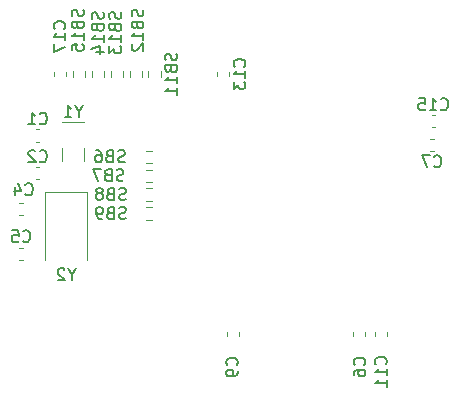
<source format=gbr>
%TF.GenerationSoftware,KiCad,Pcbnew,8.0.0*%
%TF.CreationDate,2024-11-20T18:05:04+03:00*%
%TF.ProjectId,box_side_MCU_green,626f785f-7369-4646-955f-4d43555f6772,rev?*%
%TF.SameCoordinates,Original*%
%TF.FileFunction,Legend,Bot*%
%TF.FilePolarity,Positive*%
%FSLAX46Y46*%
G04 Gerber Fmt 4.6, Leading zero omitted, Abs format (unit mm)*
G04 Created by KiCad (PCBNEW 8.0.0) date 2024-11-20 18:05:04*
%MOMM*%
%LPD*%
G01*
G04 APERTURE LIST*
%ADD10C,0.150000*%
%ADD11C,0.120000*%
G04 APERTURE END LIST*
D10*
X136466666Y-92729580D02*
X136514285Y-92777200D01*
X136514285Y-92777200D02*
X136657142Y-92824819D01*
X136657142Y-92824819D02*
X136752380Y-92824819D01*
X136752380Y-92824819D02*
X136895237Y-92777200D01*
X136895237Y-92777200D02*
X136990475Y-92681961D01*
X136990475Y-92681961D02*
X137038094Y-92586723D01*
X137038094Y-92586723D02*
X137085713Y-92396247D01*
X137085713Y-92396247D02*
X137085713Y-92253390D01*
X137085713Y-92253390D02*
X137038094Y-92062914D01*
X137038094Y-92062914D02*
X136990475Y-91967676D01*
X136990475Y-91967676D02*
X136895237Y-91872438D01*
X136895237Y-91872438D02*
X136752380Y-91824819D01*
X136752380Y-91824819D02*
X136657142Y-91824819D01*
X136657142Y-91824819D02*
X136514285Y-91872438D01*
X136514285Y-91872438D02*
X136466666Y-91920057D01*
X135561904Y-91824819D02*
X136038094Y-91824819D01*
X136038094Y-91824819D02*
X136085713Y-92301009D01*
X136085713Y-92301009D02*
X136038094Y-92253390D01*
X136038094Y-92253390D02*
X135942856Y-92205771D01*
X135942856Y-92205771D02*
X135704761Y-92205771D01*
X135704761Y-92205771D02*
X135609523Y-92253390D01*
X135609523Y-92253390D02*
X135561904Y-92301009D01*
X135561904Y-92301009D02*
X135514285Y-92396247D01*
X135514285Y-92396247D02*
X135514285Y-92634342D01*
X135514285Y-92634342D02*
X135561904Y-92729580D01*
X135561904Y-92729580D02*
X135609523Y-92777200D01*
X135609523Y-92777200D02*
X135704761Y-92824819D01*
X135704761Y-92824819D02*
X135942856Y-92824819D01*
X135942856Y-92824819D02*
X136038094Y-92777200D01*
X136038094Y-92777200D02*
X136085713Y-92729580D01*
X145161904Y-90807200D02*
X145019047Y-90854819D01*
X145019047Y-90854819D02*
X144780952Y-90854819D01*
X144780952Y-90854819D02*
X144685714Y-90807200D01*
X144685714Y-90807200D02*
X144638095Y-90759580D01*
X144638095Y-90759580D02*
X144590476Y-90664342D01*
X144590476Y-90664342D02*
X144590476Y-90569104D01*
X144590476Y-90569104D02*
X144638095Y-90473866D01*
X144638095Y-90473866D02*
X144685714Y-90426247D01*
X144685714Y-90426247D02*
X144780952Y-90378628D01*
X144780952Y-90378628D02*
X144971428Y-90331009D01*
X144971428Y-90331009D02*
X145066666Y-90283390D01*
X145066666Y-90283390D02*
X145114285Y-90235771D01*
X145114285Y-90235771D02*
X145161904Y-90140533D01*
X145161904Y-90140533D02*
X145161904Y-90045295D01*
X145161904Y-90045295D02*
X145114285Y-89950057D01*
X145114285Y-89950057D02*
X145066666Y-89902438D01*
X145066666Y-89902438D02*
X144971428Y-89854819D01*
X144971428Y-89854819D02*
X144733333Y-89854819D01*
X144733333Y-89854819D02*
X144590476Y-89902438D01*
X143828571Y-90331009D02*
X143685714Y-90378628D01*
X143685714Y-90378628D02*
X143638095Y-90426247D01*
X143638095Y-90426247D02*
X143590476Y-90521485D01*
X143590476Y-90521485D02*
X143590476Y-90664342D01*
X143590476Y-90664342D02*
X143638095Y-90759580D01*
X143638095Y-90759580D02*
X143685714Y-90807200D01*
X143685714Y-90807200D02*
X143780952Y-90854819D01*
X143780952Y-90854819D02*
X144161904Y-90854819D01*
X144161904Y-90854819D02*
X144161904Y-89854819D01*
X144161904Y-89854819D02*
X143828571Y-89854819D01*
X143828571Y-89854819D02*
X143733333Y-89902438D01*
X143733333Y-89902438D02*
X143685714Y-89950057D01*
X143685714Y-89950057D02*
X143638095Y-90045295D01*
X143638095Y-90045295D02*
X143638095Y-90140533D01*
X143638095Y-90140533D02*
X143685714Y-90235771D01*
X143685714Y-90235771D02*
X143733333Y-90283390D01*
X143733333Y-90283390D02*
X143828571Y-90331009D01*
X143828571Y-90331009D02*
X144161904Y-90331009D01*
X143114285Y-90854819D02*
X142923809Y-90854819D01*
X142923809Y-90854819D02*
X142828571Y-90807200D01*
X142828571Y-90807200D02*
X142780952Y-90759580D01*
X142780952Y-90759580D02*
X142685714Y-90616723D01*
X142685714Y-90616723D02*
X142638095Y-90426247D01*
X142638095Y-90426247D02*
X142638095Y-90045295D01*
X142638095Y-90045295D02*
X142685714Y-89950057D01*
X142685714Y-89950057D02*
X142733333Y-89902438D01*
X142733333Y-89902438D02*
X142828571Y-89854819D01*
X142828571Y-89854819D02*
X143019047Y-89854819D01*
X143019047Y-89854819D02*
X143114285Y-89902438D01*
X143114285Y-89902438D02*
X143161904Y-89950057D01*
X143161904Y-89950057D02*
X143209523Y-90045295D01*
X143209523Y-90045295D02*
X143209523Y-90283390D01*
X143209523Y-90283390D02*
X143161904Y-90378628D01*
X143161904Y-90378628D02*
X143114285Y-90426247D01*
X143114285Y-90426247D02*
X143019047Y-90473866D01*
X143019047Y-90473866D02*
X142828571Y-90473866D01*
X142828571Y-90473866D02*
X142733333Y-90426247D01*
X142733333Y-90426247D02*
X142685714Y-90378628D01*
X142685714Y-90378628D02*
X142638095Y-90283390D01*
X171266666Y-86389580D02*
X171314285Y-86437200D01*
X171314285Y-86437200D02*
X171457142Y-86484819D01*
X171457142Y-86484819D02*
X171552380Y-86484819D01*
X171552380Y-86484819D02*
X171695237Y-86437200D01*
X171695237Y-86437200D02*
X171790475Y-86341961D01*
X171790475Y-86341961D02*
X171838094Y-86246723D01*
X171838094Y-86246723D02*
X171885713Y-86056247D01*
X171885713Y-86056247D02*
X171885713Y-85913390D01*
X171885713Y-85913390D02*
X171838094Y-85722914D01*
X171838094Y-85722914D02*
X171790475Y-85627676D01*
X171790475Y-85627676D02*
X171695237Y-85532438D01*
X171695237Y-85532438D02*
X171552380Y-85484819D01*
X171552380Y-85484819D02*
X171457142Y-85484819D01*
X171457142Y-85484819D02*
X171314285Y-85532438D01*
X171314285Y-85532438D02*
X171266666Y-85580057D01*
X170933332Y-85484819D02*
X170266666Y-85484819D01*
X170266666Y-85484819D02*
X170695237Y-86484819D01*
X140576190Y-95578628D02*
X140576190Y-96054819D01*
X140909523Y-95054819D02*
X140576190Y-95578628D01*
X140576190Y-95578628D02*
X140242857Y-95054819D01*
X139957142Y-95150057D02*
X139909523Y-95102438D01*
X139909523Y-95102438D02*
X139814285Y-95054819D01*
X139814285Y-95054819D02*
X139576190Y-95054819D01*
X139576190Y-95054819D02*
X139480952Y-95102438D01*
X139480952Y-95102438D02*
X139433333Y-95150057D01*
X139433333Y-95150057D02*
X139385714Y-95245295D01*
X139385714Y-95245295D02*
X139385714Y-95340533D01*
X139385714Y-95340533D02*
X139433333Y-95483390D01*
X139433333Y-95483390D02*
X140004761Y-96054819D01*
X140004761Y-96054819D02*
X139385714Y-96054819D01*
X137866666Y-82759580D02*
X137914285Y-82807200D01*
X137914285Y-82807200D02*
X138057142Y-82854819D01*
X138057142Y-82854819D02*
X138152380Y-82854819D01*
X138152380Y-82854819D02*
X138295237Y-82807200D01*
X138295237Y-82807200D02*
X138390475Y-82711961D01*
X138390475Y-82711961D02*
X138438094Y-82616723D01*
X138438094Y-82616723D02*
X138485713Y-82426247D01*
X138485713Y-82426247D02*
X138485713Y-82283390D01*
X138485713Y-82283390D02*
X138438094Y-82092914D01*
X138438094Y-82092914D02*
X138390475Y-81997676D01*
X138390475Y-81997676D02*
X138295237Y-81902438D01*
X138295237Y-81902438D02*
X138152380Y-81854819D01*
X138152380Y-81854819D02*
X138057142Y-81854819D01*
X138057142Y-81854819D02*
X137914285Y-81902438D01*
X137914285Y-81902438D02*
X137866666Y-81950057D01*
X136914285Y-82854819D02*
X137485713Y-82854819D01*
X137199999Y-82854819D02*
X137199999Y-81854819D01*
X137199999Y-81854819D02*
X137295237Y-81997676D01*
X137295237Y-81997676D02*
X137390475Y-82092914D01*
X137390475Y-82092914D02*
X137485713Y-82140533D01*
X149437200Y-76861905D02*
X149484819Y-77004762D01*
X149484819Y-77004762D02*
X149484819Y-77242857D01*
X149484819Y-77242857D02*
X149437200Y-77338095D01*
X149437200Y-77338095D02*
X149389580Y-77385714D01*
X149389580Y-77385714D02*
X149294342Y-77433333D01*
X149294342Y-77433333D02*
X149199104Y-77433333D01*
X149199104Y-77433333D02*
X149103866Y-77385714D01*
X149103866Y-77385714D02*
X149056247Y-77338095D01*
X149056247Y-77338095D02*
X149008628Y-77242857D01*
X149008628Y-77242857D02*
X148961009Y-77052381D01*
X148961009Y-77052381D02*
X148913390Y-76957143D01*
X148913390Y-76957143D02*
X148865771Y-76909524D01*
X148865771Y-76909524D02*
X148770533Y-76861905D01*
X148770533Y-76861905D02*
X148675295Y-76861905D01*
X148675295Y-76861905D02*
X148580057Y-76909524D01*
X148580057Y-76909524D02*
X148532438Y-76957143D01*
X148532438Y-76957143D02*
X148484819Y-77052381D01*
X148484819Y-77052381D02*
X148484819Y-77290476D01*
X148484819Y-77290476D02*
X148532438Y-77433333D01*
X148961009Y-78195238D02*
X149008628Y-78338095D01*
X149008628Y-78338095D02*
X149056247Y-78385714D01*
X149056247Y-78385714D02*
X149151485Y-78433333D01*
X149151485Y-78433333D02*
X149294342Y-78433333D01*
X149294342Y-78433333D02*
X149389580Y-78385714D01*
X149389580Y-78385714D02*
X149437200Y-78338095D01*
X149437200Y-78338095D02*
X149484819Y-78242857D01*
X149484819Y-78242857D02*
X149484819Y-77861905D01*
X149484819Y-77861905D02*
X148484819Y-77861905D01*
X148484819Y-77861905D02*
X148484819Y-78195238D01*
X148484819Y-78195238D02*
X148532438Y-78290476D01*
X148532438Y-78290476D02*
X148580057Y-78338095D01*
X148580057Y-78338095D02*
X148675295Y-78385714D01*
X148675295Y-78385714D02*
X148770533Y-78385714D01*
X148770533Y-78385714D02*
X148865771Y-78338095D01*
X148865771Y-78338095D02*
X148913390Y-78290476D01*
X148913390Y-78290476D02*
X148961009Y-78195238D01*
X148961009Y-78195238D02*
X148961009Y-77861905D01*
X149484819Y-79385714D02*
X149484819Y-78814286D01*
X149484819Y-79100000D02*
X148484819Y-79100000D01*
X148484819Y-79100000D02*
X148627676Y-79004762D01*
X148627676Y-79004762D02*
X148722914Y-78909524D01*
X148722914Y-78909524D02*
X148770533Y-78814286D01*
X149484819Y-80338095D02*
X149484819Y-79766667D01*
X149484819Y-80052381D02*
X148484819Y-80052381D01*
X148484819Y-80052381D02*
X148627676Y-79957143D01*
X148627676Y-79957143D02*
X148722914Y-79861905D01*
X148722914Y-79861905D02*
X148770533Y-79766667D01*
X137866666Y-85959580D02*
X137914285Y-86007200D01*
X137914285Y-86007200D02*
X138057142Y-86054819D01*
X138057142Y-86054819D02*
X138152380Y-86054819D01*
X138152380Y-86054819D02*
X138295237Y-86007200D01*
X138295237Y-86007200D02*
X138390475Y-85911961D01*
X138390475Y-85911961D02*
X138438094Y-85816723D01*
X138438094Y-85816723D02*
X138485713Y-85626247D01*
X138485713Y-85626247D02*
X138485713Y-85483390D01*
X138485713Y-85483390D02*
X138438094Y-85292914D01*
X138438094Y-85292914D02*
X138390475Y-85197676D01*
X138390475Y-85197676D02*
X138295237Y-85102438D01*
X138295237Y-85102438D02*
X138152380Y-85054819D01*
X138152380Y-85054819D02*
X138057142Y-85054819D01*
X138057142Y-85054819D02*
X137914285Y-85102438D01*
X137914285Y-85102438D02*
X137866666Y-85150057D01*
X137485713Y-85150057D02*
X137438094Y-85102438D01*
X137438094Y-85102438D02*
X137342856Y-85054819D01*
X137342856Y-85054819D02*
X137104761Y-85054819D01*
X137104761Y-85054819D02*
X137009523Y-85102438D01*
X137009523Y-85102438D02*
X136961904Y-85150057D01*
X136961904Y-85150057D02*
X136914285Y-85245295D01*
X136914285Y-85245295D02*
X136914285Y-85340533D01*
X136914285Y-85340533D02*
X136961904Y-85483390D01*
X136961904Y-85483390D02*
X137533332Y-86054819D01*
X137533332Y-86054819D02*
X136914285Y-86054819D01*
X145161904Y-89207200D02*
X145019047Y-89254819D01*
X145019047Y-89254819D02*
X144780952Y-89254819D01*
X144780952Y-89254819D02*
X144685714Y-89207200D01*
X144685714Y-89207200D02*
X144638095Y-89159580D01*
X144638095Y-89159580D02*
X144590476Y-89064342D01*
X144590476Y-89064342D02*
X144590476Y-88969104D01*
X144590476Y-88969104D02*
X144638095Y-88873866D01*
X144638095Y-88873866D02*
X144685714Y-88826247D01*
X144685714Y-88826247D02*
X144780952Y-88778628D01*
X144780952Y-88778628D02*
X144971428Y-88731009D01*
X144971428Y-88731009D02*
X145066666Y-88683390D01*
X145066666Y-88683390D02*
X145114285Y-88635771D01*
X145114285Y-88635771D02*
X145161904Y-88540533D01*
X145161904Y-88540533D02*
X145161904Y-88445295D01*
X145161904Y-88445295D02*
X145114285Y-88350057D01*
X145114285Y-88350057D02*
X145066666Y-88302438D01*
X145066666Y-88302438D02*
X144971428Y-88254819D01*
X144971428Y-88254819D02*
X144733333Y-88254819D01*
X144733333Y-88254819D02*
X144590476Y-88302438D01*
X143828571Y-88731009D02*
X143685714Y-88778628D01*
X143685714Y-88778628D02*
X143638095Y-88826247D01*
X143638095Y-88826247D02*
X143590476Y-88921485D01*
X143590476Y-88921485D02*
X143590476Y-89064342D01*
X143590476Y-89064342D02*
X143638095Y-89159580D01*
X143638095Y-89159580D02*
X143685714Y-89207200D01*
X143685714Y-89207200D02*
X143780952Y-89254819D01*
X143780952Y-89254819D02*
X144161904Y-89254819D01*
X144161904Y-89254819D02*
X144161904Y-88254819D01*
X144161904Y-88254819D02*
X143828571Y-88254819D01*
X143828571Y-88254819D02*
X143733333Y-88302438D01*
X143733333Y-88302438D02*
X143685714Y-88350057D01*
X143685714Y-88350057D02*
X143638095Y-88445295D01*
X143638095Y-88445295D02*
X143638095Y-88540533D01*
X143638095Y-88540533D02*
X143685714Y-88635771D01*
X143685714Y-88635771D02*
X143733333Y-88683390D01*
X143733333Y-88683390D02*
X143828571Y-88731009D01*
X143828571Y-88731009D02*
X144161904Y-88731009D01*
X143019047Y-88683390D02*
X143114285Y-88635771D01*
X143114285Y-88635771D02*
X143161904Y-88588152D01*
X143161904Y-88588152D02*
X143209523Y-88492914D01*
X143209523Y-88492914D02*
X143209523Y-88445295D01*
X143209523Y-88445295D02*
X143161904Y-88350057D01*
X143161904Y-88350057D02*
X143114285Y-88302438D01*
X143114285Y-88302438D02*
X143019047Y-88254819D01*
X143019047Y-88254819D02*
X142828571Y-88254819D01*
X142828571Y-88254819D02*
X142733333Y-88302438D01*
X142733333Y-88302438D02*
X142685714Y-88350057D01*
X142685714Y-88350057D02*
X142638095Y-88445295D01*
X142638095Y-88445295D02*
X142638095Y-88492914D01*
X142638095Y-88492914D02*
X142685714Y-88588152D01*
X142685714Y-88588152D02*
X142733333Y-88635771D01*
X142733333Y-88635771D02*
X142828571Y-88683390D01*
X142828571Y-88683390D02*
X143019047Y-88683390D01*
X143019047Y-88683390D02*
X143114285Y-88731009D01*
X143114285Y-88731009D02*
X143161904Y-88778628D01*
X143161904Y-88778628D02*
X143209523Y-88873866D01*
X143209523Y-88873866D02*
X143209523Y-89064342D01*
X143209523Y-89064342D02*
X143161904Y-89159580D01*
X143161904Y-89159580D02*
X143114285Y-89207200D01*
X143114285Y-89207200D02*
X143019047Y-89254819D01*
X143019047Y-89254819D02*
X142828571Y-89254819D01*
X142828571Y-89254819D02*
X142733333Y-89207200D01*
X142733333Y-89207200D02*
X142685714Y-89159580D01*
X142685714Y-89159580D02*
X142638095Y-89064342D01*
X142638095Y-89064342D02*
X142638095Y-88873866D01*
X142638095Y-88873866D02*
X142685714Y-88778628D01*
X142685714Y-88778628D02*
X142733333Y-88731009D01*
X142733333Y-88731009D02*
X142828571Y-88683390D01*
X155189580Y-77957142D02*
X155237200Y-77909523D01*
X155237200Y-77909523D02*
X155284819Y-77766666D01*
X155284819Y-77766666D02*
X155284819Y-77671428D01*
X155284819Y-77671428D02*
X155237200Y-77528571D01*
X155237200Y-77528571D02*
X155141961Y-77433333D01*
X155141961Y-77433333D02*
X155046723Y-77385714D01*
X155046723Y-77385714D02*
X154856247Y-77338095D01*
X154856247Y-77338095D02*
X154713390Y-77338095D01*
X154713390Y-77338095D02*
X154522914Y-77385714D01*
X154522914Y-77385714D02*
X154427676Y-77433333D01*
X154427676Y-77433333D02*
X154332438Y-77528571D01*
X154332438Y-77528571D02*
X154284819Y-77671428D01*
X154284819Y-77671428D02*
X154284819Y-77766666D01*
X154284819Y-77766666D02*
X154332438Y-77909523D01*
X154332438Y-77909523D02*
X154380057Y-77957142D01*
X155284819Y-78909523D02*
X155284819Y-78338095D01*
X155284819Y-78623809D02*
X154284819Y-78623809D01*
X154284819Y-78623809D02*
X154427676Y-78528571D01*
X154427676Y-78528571D02*
X154522914Y-78433333D01*
X154522914Y-78433333D02*
X154570533Y-78338095D01*
X154284819Y-79242857D02*
X154284819Y-79861904D01*
X154284819Y-79861904D02*
X154665771Y-79528571D01*
X154665771Y-79528571D02*
X154665771Y-79671428D01*
X154665771Y-79671428D02*
X154713390Y-79766666D01*
X154713390Y-79766666D02*
X154761009Y-79814285D01*
X154761009Y-79814285D02*
X154856247Y-79861904D01*
X154856247Y-79861904D02*
X155094342Y-79861904D01*
X155094342Y-79861904D02*
X155189580Y-79814285D01*
X155189580Y-79814285D02*
X155237200Y-79766666D01*
X155237200Y-79766666D02*
X155284819Y-79671428D01*
X155284819Y-79671428D02*
X155284819Y-79385714D01*
X155284819Y-79385714D02*
X155237200Y-79290476D01*
X155237200Y-79290476D02*
X155189580Y-79242857D01*
X165359580Y-103233333D02*
X165407200Y-103185714D01*
X165407200Y-103185714D02*
X165454819Y-103042857D01*
X165454819Y-103042857D02*
X165454819Y-102947619D01*
X165454819Y-102947619D02*
X165407200Y-102804762D01*
X165407200Y-102804762D02*
X165311961Y-102709524D01*
X165311961Y-102709524D02*
X165216723Y-102661905D01*
X165216723Y-102661905D02*
X165026247Y-102614286D01*
X165026247Y-102614286D02*
X164883390Y-102614286D01*
X164883390Y-102614286D02*
X164692914Y-102661905D01*
X164692914Y-102661905D02*
X164597676Y-102709524D01*
X164597676Y-102709524D02*
X164502438Y-102804762D01*
X164502438Y-102804762D02*
X164454819Y-102947619D01*
X164454819Y-102947619D02*
X164454819Y-103042857D01*
X164454819Y-103042857D02*
X164502438Y-103185714D01*
X164502438Y-103185714D02*
X164550057Y-103233333D01*
X164454819Y-104090476D02*
X164454819Y-103900000D01*
X164454819Y-103900000D02*
X164502438Y-103804762D01*
X164502438Y-103804762D02*
X164550057Y-103757143D01*
X164550057Y-103757143D02*
X164692914Y-103661905D01*
X164692914Y-103661905D02*
X164883390Y-103614286D01*
X164883390Y-103614286D02*
X165264342Y-103614286D01*
X165264342Y-103614286D02*
X165359580Y-103661905D01*
X165359580Y-103661905D02*
X165407200Y-103709524D01*
X165407200Y-103709524D02*
X165454819Y-103804762D01*
X165454819Y-103804762D02*
X165454819Y-103995238D01*
X165454819Y-103995238D02*
X165407200Y-104090476D01*
X165407200Y-104090476D02*
X165359580Y-104138095D01*
X165359580Y-104138095D02*
X165264342Y-104185714D01*
X165264342Y-104185714D02*
X165026247Y-104185714D01*
X165026247Y-104185714D02*
X164931009Y-104138095D01*
X164931009Y-104138095D02*
X164883390Y-104090476D01*
X164883390Y-104090476D02*
X164835771Y-103995238D01*
X164835771Y-103995238D02*
X164835771Y-103804762D01*
X164835771Y-103804762D02*
X164883390Y-103709524D01*
X164883390Y-103709524D02*
X164931009Y-103661905D01*
X164931009Y-103661905D02*
X165026247Y-103614286D01*
X146607199Y-73149405D02*
X146654818Y-73292262D01*
X146654818Y-73292262D02*
X146654818Y-73530357D01*
X146654818Y-73530357D02*
X146607199Y-73625595D01*
X146607199Y-73625595D02*
X146559579Y-73673214D01*
X146559579Y-73673214D02*
X146464341Y-73720833D01*
X146464341Y-73720833D02*
X146369103Y-73720833D01*
X146369103Y-73720833D02*
X146273865Y-73673214D01*
X146273865Y-73673214D02*
X146226246Y-73625595D01*
X146226246Y-73625595D02*
X146178627Y-73530357D01*
X146178627Y-73530357D02*
X146131008Y-73339881D01*
X146131008Y-73339881D02*
X146083389Y-73244643D01*
X146083389Y-73244643D02*
X146035770Y-73197024D01*
X146035770Y-73197024D02*
X145940532Y-73149405D01*
X145940532Y-73149405D02*
X145845294Y-73149405D01*
X145845294Y-73149405D02*
X145750056Y-73197024D01*
X145750056Y-73197024D02*
X145702437Y-73244643D01*
X145702437Y-73244643D02*
X145654818Y-73339881D01*
X145654818Y-73339881D02*
X145654818Y-73577976D01*
X145654818Y-73577976D02*
X145702437Y-73720833D01*
X146131008Y-74482738D02*
X146178627Y-74625595D01*
X146178627Y-74625595D02*
X146226246Y-74673214D01*
X146226246Y-74673214D02*
X146321484Y-74720833D01*
X146321484Y-74720833D02*
X146464341Y-74720833D01*
X146464341Y-74720833D02*
X146559579Y-74673214D01*
X146559579Y-74673214D02*
X146607199Y-74625595D01*
X146607199Y-74625595D02*
X146654818Y-74530357D01*
X146654818Y-74530357D02*
X146654818Y-74149405D01*
X146654818Y-74149405D02*
X145654818Y-74149405D01*
X145654818Y-74149405D02*
X145654818Y-74482738D01*
X145654818Y-74482738D02*
X145702437Y-74577976D01*
X145702437Y-74577976D02*
X145750056Y-74625595D01*
X145750056Y-74625595D02*
X145845294Y-74673214D01*
X145845294Y-74673214D02*
X145940532Y-74673214D01*
X145940532Y-74673214D02*
X146035770Y-74625595D01*
X146035770Y-74625595D02*
X146083389Y-74577976D01*
X146083389Y-74577976D02*
X146131008Y-74482738D01*
X146131008Y-74482738D02*
X146131008Y-74149405D01*
X146654818Y-75673214D02*
X146654818Y-75101786D01*
X146654818Y-75387500D02*
X145654818Y-75387500D01*
X145654818Y-75387500D02*
X145797675Y-75292262D01*
X145797675Y-75292262D02*
X145892913Y-75197024D01*
X145892913Y-75197024D02*
X145940532Y-75101786D01*
X145750056Y-76054167D02*
X145702437Y-76101786D01*
X145702437Y-76101786D02*
X145654818Y-76197024D01*
X145654818Y-76197024D02*
X145654818Y-76435119D01*
X145654818Y-76435119D02*
X145702437Y-76530357D01*
X145702437Y-76530357D02*
X145750056Y-76577976D01*
X145750056Y-76577976D02*
X145845294Y-76625595D01*
X145845294Y-76625595D02*
X145940532Y-76625595D01*
X145940532Y-76625595D02*
X146083389Y-76577976D01*
X146083389Y-76577976D02*
X146654818Y-76006548D01*
X146654818Y-76006548D02*
X146654818Y-76625595D01*
X136666666Y-88759580D02*
X136714285Y-88807200D01*
X136714285Y-88807200D02*
X136857142Y-88854819D01*
X136857142Y-88854819D02*
X136952380Y-88854819D01*
X136952380Y-88854819D02*
X137095237Y-88807200D01*
X137095237Y-88807200D02*
X137190475Y-88711961D01*
X137190475Y-88711961D02*
X137238094Y-88616723D01*
X137238094Y-88616723D02*
X137285713Y-88426247D01*
X137285713Y-88426247D02*
X137285713Y-88283390D01*
X137285713Y-88283390D02*
X137238094Y-88092914D01*
X137238094Y-88092914D02*
X137190475Y-87997676D01*
X137190475Y-87997676D02*
X137095237Y-87902438D01*
X137095237Y-87902438D02*
X136952380Y-87854819D01*
X136952380Y-87854819D02*
X136857142Y-87854819D01*
X136857142Y-87854819D02*
X136714285Y-87902438D01*
X136714285Y-87902438D02*
X136666666Y-87950057D01*
X135809523Y-88188152D02*
X135809523Y-88854819D01*
X136047618Y-87807200D02*
X136285713Y-88521485D01*
X136285713Y-88521485D02*
X135666666Y-88521485D01*
X145074403Y-86007200D02*
X144931546Y-86054819D01*
X144931546Y-86054819D02*
X144693451Y-86054819D01*
X144693451Y-86054819D02*
X144598213Y-86007200D01*
X144598213Y-86007200D02*
X144550594Y-85959580D01*
X144550594Y-85959580D02*
X144502975Y-85864342D01*
X144502975Y-85864342D02*
X144502975Y-85769104D01*
X144502975Y-85769104D02*
X144550594Y-85673866D01*
X144550594Y-85673866D02*
X144598213Y-85626247D01*
X144598213Y-85626247D02*
X144693451Y-85578628D01*
X144693451Y-85578628D02*
X144883927Y-85531009D01*
X144883927Y-85531009D02*
X144979165Y-85483390D01*
X144979165Y-85483390D02*
X145026784Y-85435771D01*
X145026784Y-85435771D02*
X145074403Y-85340533D01*
X145074403Y-85340533D02*
X145074403Y-85245295D01*
X145074403Y-85245295D02*
X145026784Y-85150057D01*
X145026784Y-85150057D02*
X144979165Y-85102438D01*
X144979165Y-85102438D02*
X144883927Y-85054819D01*
X144883927Y-85054819D02*
X144645832Y-85054819D01*
X144645832Y-85054819D02*
X144502975Y-85102438D01*
X143741070Y-85531009D02*
X143598213Y-85578628D01*
X143598213Y-85578628D02*
X143550594Y-85626247D01*
X143550594Y-85626247D02*
X143502975Y-85721485D01*
X143502975Y-85721485D02*
X143502975Y-85864342D01*
X143502975Y-85864342D02*
X143550594Y-85959580D01*
X143550594Y-85959580D02*
X143598213Y-86007200D01*
X143598213Y-86007200D02*
X143693451Y-86054819D01*
X143693451Y-86054819D02*
X144074403Y-86054819D01*
X144074403Y-86054819D02*
X144074403Y-85054819D01*
X144074403Y-85054819D02*
X143741070Y-85054819D01*
X143741070Y-85054819D02*
X143645832Y-85102438D01*
X143645832Y-85102438D02*
X143598213Y-85150057D01*
X143598213Y-85150057D02*
X143550594Y-85245295D01*
X143550594Y-85245295D02*
X143550594Y-85340533D01*
X143550594Y-85340533D02*
X143598213Y-85435771D01*
X143598213Y-85435771D02*
X143645832Y-85483390D01*
X143645832Y-85483390D02*
X143741070Y-85531009D01*
X143741070Y-85531009D02*
X144074403Y-85531009D01*
X142645832Y-85054819D02*
X142836308Y-85054819D01*
X142836308Y-85054819D02*
X142931546Y-85102438D01*
X142931546Y-85102438D02*
X142979165Y-85150057D01*
X142979165Y-85150057D02*
X143074403Y-85292914D01*
X143074403Y-85292914D02*
X143122022Y-85483390D01*
X143122022Y-85483390D02*
X143122022Y-85864342D01*
X143122022Y-85864342D02*
X143074403Y-85959580D01*
X143074403Y-85959580D02*
X143026784Y-86007200D01*
X143026784Y-86007200D02*
X142931546Y-86054819D01*
X142931546Y-86054819D02*
X142741070Y-86054819D01*
X142741070Y-86054819D02*
X142645832Y-86007200D01*
X142645832Y-86007200D02*
X142598213Y-85959580D01*
X142598213Y-85959580D02*
X142550594Y-85864342D01*
X142550594Y-85864342D02*
X142550594Y-85626247D01*
X142550594Y-85626247D02*
X142598213Y-85531009D01*
X142598213Y-85531009D02*
X142645832Y-85483390D01*
X142645832Y-85483390D02*
X142741070Y-85435771D01*
X142741070Y-85435771D02*
X142931546Y-85435771D01*
X142931546Y-85435771D02*
X143026784Y-85483390D01*
X143026784Y-85483390D02*
X143074403Y-85531009D01*
X143074403Y-85531009D02*
X143122022Y-85626247D01*
X141537201Y-73149406D02*
X141584820Y-73292263D01*
X141584820Y-73292263D02*
X141584820Y-73530358D01*
X141584820Y-73530358D02*
X141537201Y-73625596D01*
X141537201Y-73625596D02*
X141489581Y-73673215D01*
X141489581Y-73673215D02*
X141394343Y-73720834D01*
X141394343Y-73720834D02*
X141299105Y-73720834D01*
X141299105Y-73720834D02*
X141203867Y-73673215D01*
X141203867Y-73673215D02*
X141156248Y-73625596D01*
X141156248Y-73625596D02*
X141108629Y-73530358D01*
X141108629Y-73530358D02*
X141061010Y-73339882D01*
X141061010Y-73339882D02*
X141013391Y-73244644D01*
X141013391Y-73244644D02*
X140965772Y-73197025D01*
X140965772Y-73197025D02*
X140870534Y-73149406D01*
X140870534Y-73149406D02*
X140775296Y-73149406D01*
X140775296Y-73149406D02*
X140680058Y-73197025D01*
X140680058Y-73197025D02*
X140632439Y-73244644D01*
X140632439Y-73244644D02*
X140584820Y-73339882D01*
X140584820Y-73339882D02*
X140584820Y-73577977D01*
X140584820Y-73577977D02*
X140632439Y-73720834D01*
X141061010Y-74482739D02*
X141108629Y-74625596D01*
X141108629Y-74625596D02*
X141156248Y-74673215D01*
X141156248Y-74673215D02*
X141251486Y-74720834D01*
X141251486Y-74720834D02*
X141394343Y-74720834D01*
X141394343Y-74720834D02*
X141489581Y-74673215D01*
X141489581Y-74673215D02*
X141537201Y-74625596D01*
X141537201Y-74625596D02*
X141584820Y-74530358D01*
X141584820Y-74530358D02*
X141584820Y-74149406D01*
X141584820Y-74149406D02*
X140584820Y-74149406D01*
X140584820Y-74149406D02*
X140584820Y-74482739D01*
X140584820Y-74482739D02*
X140632439Y-74577977D01*
X140632439Y-74577977D02*
X140680058Y-74625596D01*
X140680058Y-74625596D02*
X140775296Y-74673215D01*
X140775296Y-74673215D02*
X140870534Y-74673215D01*
X140870534Y-74673215D02*
X140965772Y-74625596D01*
X140965772Y-74625596D02*
X141013391Y-74577977D01*
X141013391Y-74577977D02*
X141061010Y-74482739D01*
X141061010Y-74482739D02*
X141061010Y-74149406D01*
X141584820Y-75673215D02*
X141584820Y-75101787D01*
X141584820Y-75387501D02*
X140584820Y-75387501D01*
X140584820Y-75387501D02*
X140727677Y-75292263D01*
X140727677Y-75292263D02*
X140822915Y-75197025D01*
X140822915Y-75197025D02*
X140870534Y-75101787D01*
X140584820Y-76577977D02*
X140584820Y-76101787D01*
X140584820Y-76101787D02*
X141061010Y-76054168D01*
X141061010Y-76054168D02*
X141013391Y-76101787D01*
X141013391Y-76101787D02*
X140965772Y-76197025D01*
X140965772Y-76197025D02*
X140965772Y-76435120D01*
X140965772Y-76435120D02*
X141013391Y-76530358D01*
X141013391Y-76530358D02*
X141061010Y-76577977D01*
X141061010Y-76577977D02*
X141156248Y-76625596D01*
X141156248Y-76625596D02*
X141394343Y-76625596D01*
X141394343Y-76625596D02*
X141489581Y-76577977D01*
X141489581Y-76577977D02*
X141537201Y-76530358D01*
X141537201Y-76530358D02*
X141584820Y-76435120D01*
X141584820Y-76435120D02*
X141584820Y-76197025D01*
X141584820Y-76197025D02*
X141537201Y-76101787D01*
X141537201Y-76101787D02*
X141489581Y-76054168D01*
X143227200Y-73349405D02*
X143274819Y-73492262D01*
X143274819Y-73492262D02*
X143274819Y-73730357D01*
X143274819Y-73730357D02*
X143227200Y-73825595D01*
X143227200Y-73825595D02*
X143179580Y-73873214D01*
X143179580Y-73873214D02*
X143084342Y-73920833D01*
X143084342Y-73920833D02*
X142989104Y-73920833D01*
X142989104Y-73920833D02*
X142893866Y-73873214D01*
X142893866Y-73873214D02*
X142846247Y-73825595D01*
X142846247Y-73825595D02*
X142798628Y-73730357D01*
X142798628Y-73730357D02*
X142751009Y-73539881D01*
X142751009Y-73539881D02*
X142703390Y-73444643D01*
X142703390Y-73444643D02*
X142655771Y-73397024D01*
X142655771Y-73397024D02*
X142560533Y-73349405D01*
X142560533Y-73349405D02*
X142465295Y-73349405D01*
X142465295Y-73349405D02*
X142370057Y-73397024D01*
X142370057Y-73397024D02*
X142322438Y-73444643D01*
X142322438Y-73444643D02*
X142274819Y-73539881D01*
X142274819Y-73539881D02*
X142274819Y-73777976D01*
X142274819Y-73777976D02*
X142322438Y-73920833D01*
X142751009Y-74682738D02*
X142798628Y-74825595D01*
X142798628Y-74825595D02*
X142846247Y-74873214D01*
X142846247Y-74873214D02*
X142941485Y-74920833D01*
X142941485Y-74920833D02*
X143084342Y-74920833D01*
X143084342Y-74920833D02*
X143179580Y-74873214D01*
X143179580Y-74873214D02*
X143227200Y-74825595D01*
X143227200Y-74825595D02*
X143274819Y-74730357D01*
X143274819Y-74730357D02*
X143274819Y-74349405D01*
X143274819Y-74349405D02*
X142274819Y-74349405D01*
X142274819Y-74349405D02*
X142274819Y-74682738D01*
X142274819Y-74682738D02*
X142322438Y-74777976D01*
X142322438Y-74777976D02*
X142370057Y-74825595D01*
X142370057Y-74825595D02*
X142465295Y-74873214D01*
X142465295Y-74873214D02*
X142560533Y-74873214D01*
X142560533Y-74873214D02*
X142655771Y-74825595D01*
X142655771Y-74825595D02*
X142703390Y-74777976D01*
X142703390Y-74777976D02*
X142751009Y-74682738D01*
X142751009Y-74682738D02*
X142751009Y-74349405D01*
X143274819Y-75873214D02*
X143274819Y-75301786D01*
X143274819Y-75587500D02*
X142274819Y-75587500D01*
X142274819Y-75587500D02*
X142417676Y-75492262D01*
X142417676Y-75492262D02*
X142512914Y-75397024D01*
X142512914Y-75397024D02*
X142560533Y-75301786D01*
X142608152Y-76730357D02*
X143274819Y-76730357D01*
X142227200Y-76492262D02*
X142941485Y-76254167D01*
X142941485Y-76254167D02*
X142941485Y-76873214D01*
X171842857Y-81559580D02*
X171890476Y-81607200D01*
X171890476Y-81607200D02*
X172033333Y-81654819D01*
X172033333Y-81654819D02*
X172128571Y-81654819D01*
X172128571Y-81654819D02*
X172271428Y-81607200D01*
X172271428Y-81607200D02*
X172366666Y-81511961D01*
X172366666Y-81511961D02*
X172414285Y-81416723D01*
X172414285Y-81416723D02*
X172461904Y-81226247D01*
X172461904Y-81226247D02*
X172461904Y-81083390D01*
X172461904Y-81083390D02*
X172414285Y-80892914D01*
X172414285Y-80892914D02*
X172366666Y-80797676D01*
X172366666Y-80797676D02*
X172271428Y-80702438D01*
X172271428Y-80702438D02*
X172128571Y-80654819D01*
X172128571Y-80654819D02*
X172033333Y-80654819D01*
X172033333Y-80654819D02*
X171890476Y-80702438D01*
X171890476Y-80702438D02*
X171842857Y-80750057D01*
X170890476Y-81654819D02*
X171461904Y-81654819D01*
X171176190Y-81654819D02*
X171176190Y-80654819D01*
X171176190Y-80654819D02*
X171271428Y-80797676D01*
X171271428Y-80797676D02*
X171366666Y-80892914D01*
X171366666Y-80892914D02*
X171461904Y-80940533D01*
X169985714Y-80654819D02*
X170461904Y-80654819D01*
X170461904Y-80654819D02*
X170509523Y-81131009D01*
X170509523Y-81131009D02*
X170461904Y-81083390D01*
X170461904Y-81083390D02*
X170366666Y-81035771D01*
X170366666Y-81035771D02*
X170128571Y-81035771D01*
X170128571Y-81035771D02*
X170033333Y-81083390D01*
X170033333Y-81083390D02*
X169985714Y-81131009D01*
X169985714Y-81131009D02*
X169938095Y-81226247D01*
X169938095Y-81226247D02*
X169938095Y-81464342D01*
X169938095Y-81464342D02*
X169985714Y-81559580D01*
X169985714Y-81559580D02*
X170033333Y-81607200D01*
X170033333Y-81607200D02*
X170128571Y-81654819D01*
X170128571Y-81654819D02*
X170366666Y-81654819D01*
X170366666Y-81654819D02*
X170461904Y-81607200D01*
X170461904Y-81607200D02*
X170509523Y-81559580D01*
X139959580Y-74757142D02*
X140007200Y-74709523D01*
X140007200Y-74709523D02*
X140054819Y-74566666D01*
X140054819Y-74566666D02*
X140054819Y-74471428D01*
X140054819Y-74471428D02*
X140007200Y-74328571D01*
X140007200Y-74328571D02*
X139911961Y-74233333D01*
X139911961Y-74233333D02*
X139816723Y-74185714D01*
X139816723Y-74185714D02*
X139626247Y-74138095D01*
X139626247Y-74138095D02*
X139483390Y-74138095D01*
X139483390Y-74138095D02*
X139292914Y-74185714D01*
X139292914Y-74185714D02*
X139197676Y-74233333D01*
X139197676Y-74233333D02*
X139102438Y-74328571D01*
X139102438Y-74328571D02*
X139054819Y-74471428D01*
X139054819Y-74471428D02*
X139054819Y-74566666D01*
X139054819Y-74566666D02*
X139102438Y-74709523D01*
X139102438Y-74709523D02*
X139150057Y-74757142D01*
X140054819Y-75709523D02*
X140054819Y-75138095D01*
X140054819Y-75423809D02*
X139054819Y-75423809D01*
X139054819Y-75423809D02*
X139197676Y-75328571D01*
X139197676Y-75328571D02*
X139292914Y-75233333D01*
X139292914Y-75233333D02*
X139340533Y-75138095D01*
X139054819Y-76042857D02*
X139054819Y-76709523D01*
X139054819Y-76709523D02*
X140054819Y-76280952D01*
X144961904Y-87607200D02*
X144819047Y-87654819D01*
X144819047Y-87654819D02*
X144580952Y-87654819D01*
X144580952Y-87654819D02*
X144485714Y-87607200D01*
X144485714Y-87607200D02*
X144438095Y-87559580D01*
X144438095Y-87559580D02*
X144390476Y-87464342D01*
X144390476Y-87464342D02*
X144390476Y-87369104D01*
X144390476Y-87369104D02*
X144438095Y-87273866D01*
X144438095Y-87273866D02*
X144485714Y-87226247D01*
X144485714Y-87226247D02*
X144580952Y-87178628D01*
X144580952Y-87178628D02*
X144771428Y-87131009D01*
X144771428Y-87131009D02*
X144866666Y-87083390D01*
X144866666Y-87083390D02*
X144914285Y-87035771D01*
X144914285Y-87035771D02*
X144961904Y-86940533D01*
X144961904Y-86940533D02*
X144961904Y-86845295D01*
X144961904Y-86845295D02*
X144914285Y-86750057D01*
X144914285Y-86750057D02*
X144866666Y-86702438D01*
X144866666Y-86702438D02*
X144771428Y-86654819D01*
X144771428Y-86654819D02*
X144533333Y-86654819D01*
X144533333Y-86654819D02*
X144390476Y-86702438D01*
X143628571Y-87131009D02*
X143485714Y-87178628D01*
X143485714Y-87178628D02*
X143438095Y-87226247D01*
X143438095Y-87226247D02*
X143390476Y-87321485D01*
X143390476Y-87321485D02*
X143390476Y-87464342D01*
X143390476Y-87464342D02*
X143438095Y-87559580D01*
X143438095Y-87559580D02*
X143485714Y-87607200D01*
X143485714Y-87607200D02*
X143580952Y-87654819D01*
X143580952Y-87654819D02*
X143961904Y-87654819D01*
X143961904Y-87654819D02*
X143961904Y-86654819D01*
X143961904Y-86654819D02*
X143628571Y-86654819D01*
X143628571Y-86654819D02*
X143533333Y-86702438D01*
X143533333Y-86702438D02*
X143485714Y-86750057D01*
X143485714Y-86750057D02*
X143438095Y-86845295D01*
X143438095Y-86845295D02*
X143438095Y-86940533D01*
X143438095Y-86940533D02*
X143485714Y-87035771D01*
X143485714Y-87035771D02*
X143533333Y-87083390D01*
X143533333Y-87083390D02*
X143628571Y-87131009D01*
X143628571Y-87131009D02*
X143961904Y-87131009D01*
X143057142Y-86654819D02*
X142390476Y-86654819D01*
X142390476Y-86654819D02*
X142819047Y-87654819D01*
X167159580Y-103157142D02*
X167207200Y-103109523D01*
X167207200Y-103109523D02*
X167254819Y-102966666D01*
X167254819Y-102966666D02*
X167254819Y-102871428D01*
X167254819Y-102871428D02*
X167207200Y-102728571D01*
X167207200Y-102728571D02*
X167111961Y-102633333D01*
X167111961Y-102633333D02*
X167016723Y-102585714D01*
X167016723Y-102585714D02*
X166826247Y-102538095D01*
X166826247Y-102538095D02*
X166683390Y-102538095D01*
X166683390Y-102538095D02*
X166492914Y-102585714D01*
X166492914Y-102585714D02*
X166397676Y-102633333D01*
X166397676Y-102633333D02*
X166302438Y-102728571D01*
X166302438Y-102728571D02*
X166254819Y-102871428D01*
X166254819Y-102871428D02*
X166254819Y-102966666D01*
X166254819Y-102966666D02*
X166302438Y-103109523D01*
X166302438Y-103109523D02*
X166350057Y-103157142D01*
X167254819Y-104109523D02*
X167254819Y-103538095D01*
X167254819Y-103823809D02*
X166254819Y-103823809D01*
X166254819Y-103823809D02*
X166397676Y-103728571D01*
X166397676Y-103728571D02*
X166492914Y-103633333D01*
X166492914Y-103633333D02*
X166540533Y-103538095D01*
X167254819Y-105061904D02*
X167254819Y-104490476D01*
X167254819Y-104776190D02*
X166254819Y-104776190D01*
X166254819Y-104776190D02*
X166397676Y-104680952D01*
X166397676Y-104680952D02*
X166492914Y-104585714D01*
X166492914Y-104585714D02*
X166540533Y-104490476D01*
X141176190Y-81778628D02*
X141176190Y-82254819D01*
X141509523Y-81254819D02*
X141176190Y-81778628D01*
X141176190Y-81778628D02*
X140842857Y-81254819D01*
X139985714Y-82254819D02*
X140557142Y-82254819D01*
X140271428Y-82254819D02*
X140271428Y-81254819D01*
X140271428Y-81254819D02*
X140366666Y-81397676D01*
X140366666Y-81397676D02*
X140461904Y-81492914D01*
X140461904Y-81492914D02*
X140557142Y-81540533D01*
X144717200Y-73349405D02*
X144764819Y-73492262D01*
X144764819Y-73492262D02*
X144764819Y-73730357D01*
X144764819Y-73730357D02*
X144717200Y-73825595D01*
X144717200Y-73825595D02*
X144669580Y-73873214D01*
X144669580Y-73873214D02*
X144574342Y-73920833D01*
X144574342Y-73920833D02*
X144479104Y-73920833D01*
X144479104Y-73920833D02*
X144383866Y-73873214D01*
X144383866Y-73873214D02*
X144336247Y-73825595D01*
X144336247Y-73825595D02*
X144288628Y-73730357D01*
X144288628Y-73730357D02*
X144241009Y-73539881D01*
X144241009Y-73539881D02*
X144193390Y-73444643D01*
X144193390Y-73444643D02*
X144145771Y-73397024D01*
X144145771Y-73397024D02*
X144050533Y-73349405D01*
X144050533Y-73349405D02*
X143955295Y-73349405D01*
X143955295Y-73349405D02*
X143860057Y-73397024D01*
X143860057Y-73397024D02*
X143812438Y-73444643D01*
X143812438Y-73444643D02*
X143764819Y-73539881D01*
X143764819Y-73539881D02*
X143764819Y-73777976D01*
X143764819Y-73777976D02*
X143812438Y-73920833D01*
X144241009Y-74682738D02*
X144288628Y-74825595D01*
X144288628Y-74825595D02*
X144336247Y-74873214D01*
X144336247Y-74873214D02*
X144431485Y-74920833D01*
X144431485Y-74920833D02*
X144574342Y-74920833D01*
X144574342Y-74920833D02*
X144669580Y-74873214D01*
X144669580Y-74873214D02*
X144717200Y-74825595D01*
X144717200Y-74825595D02*
X144764819Y-74730357D01*
X144764819Y-74730357D02*
X144764819Y-74349405D01*
X144764819Y-74349405D02*
X143764819Y-74349405D01*
X143764819Y-74349405D02*
X143764819Y-74682738D01*
X143764819Y-74682738D02*
X143812438Y-74777976D01*
X143812438Y-74777976D02*
X143860057Y-74825595D01*
X143860057Y-74825595D02*
X143955295Y-74873214D01*
X143955295Y-74873214D02*
X144050533Y-74873214D01*
X144050533Y-74873214D02*
X144145771Y-74825595D01*
X144145771Y-74825595D02*
X144193390Y-74777976D01*
X144193390Y-74777976D02*
X144241009Y-74682738D01*
X144241009Y-74682738D02*
X144241009Y-74349405D01*
X144764819Y-75873214D02*
X144764819Y-75301786D01*
X144764819Y-75587500D02*
X143764819Y-75587500D01*
X143764819Y-75587500D02*
X143907676Y-75492262D01*
X143907676Y-75492262D02*
X144002914Y-75397024D01*
X144002914Y-75397024D02*
X144050533Y-75301786D01*
X143764819Y-76206548D02*
X143764819Y-76825595D01*
X143764819Y-76825595D02*
X144145771Y-76492262D01*
X144145771Y-76492262D02*
X144145771Y-76635119D01*
X144145771Y-76635119D02*
X144193390Y-76730357D01*
X144193390Y-76730357D02*
X144241009Y-76777976D01*
X144241009Y-76777976D02*
X144336247Y-76825595D01*
X144336247Y-76825595D02*
X144574342Y-76825595D01*
X144574342Y-76825595D02*
X144669580Y-76777976D01*
X144669580Y-76777976D02*
X144717200Y-76730357D01*
X144717200Y-76730357D02*
X144764819Y-76635119D01*
X144764819Y-76635119D02*
X144764819Y-76349405D01*
X144764819Y-76349405D02*
X144717200Y-76254167D01*
X144717200Y-76254167D02*
X144669580Y-76206548D01*
X154559580Y-103233333D02*
X154607200Y-103185714D01*
X154607200Y-103185714D02*
X154654819Y-103042857D01*
X154654819Y-103042857D02*
X154654819Y-102947619D01*
X154654819Y-102947619D02*
X154607200Y-102804762D01*
X154607200Y-102804762D02*
X154511961Y-102709524D01*
X154511961Y-102709524D02*
X154416723Y-102661905D01*
X154416723Y-102661905D02*
X154226247Y-102614286D01*
X154226247Y-102614286D02*
X154083390Y-102614286D01*
X154083390Y-102614286D02*
X153892914Y-102661905D01*
X153892914Y-102661905D02*
X153797676Y-102709524D01*
X153797676Y-102709524D02*
X153702438Y-102804762D01*
X153702438Y-102804762D02*
X153654819Y-102947619D01*
X153654819Y-102947619D02*
X153654819Y-103042857D01*
X153654819Y-103042857D02*
X153702438Y-103185714D01*
X153702438Y-103185714D02*
X153750057Y-103233333D01*
X154654819Y-103709524D02*
X154654819Y-103900000D01*
X154654819Y-103900000D02*
X154607200Y-103995238D01*
X154607200Y-103995238D02*
X154559580Y-104042857D01*
X154559580Y-104042857D02*
X154416723Y-104138095D01*
X154416723Y-104138095D02*
X154226247Y-104185714D01*
X154226247Y-104185714D02*
X153845295Y-104185714D01*
X153845295Y-104185714D02*
X153750057Y-104138095D01*
X153750057Y-104138095D02*
X153702438Y-104090476D01*
X153702438Y-104090476D02*
X153654819Y-103995238D01*
X153654819Y-103995238D02*
X153654819Y-103804762D01*
X153654819Y-103804762D02*
X153702438Y-103709524D01*
X153702438Y-103709524D02*
X153750057Y-103661905D01*
X153750057Y-103661905D02*
X153845295Y-103614286D01*
X153845295Y-103614286D02*
X154083390Y-103614286D01*
X154083390Y-103614286D02*
X154178628Y-103661905D01*
X154178628Y-103661905D02*
X154226247Y-103709524D01*
X154226247Y-103709524D02*
X154273866Y-103804762D01*
X154273866Y-103804762D02*
X154273866Y-103995238D01*
X154273866Y-103995238D02*
X154226247Y-104090476D01*
X154226247Y-104090476D02*
X154178628Y-104138095D01*
X154178628Y-104138095D02*
X154083390Y-104185714D01*
D11*
%TO.C,C5*%
X136153733Y-93290000D02*
X136446267Y-93290000D01*
X136153733Y-94310000D02*
X136446267Y-94310000D01*
%TO.C,SB9*%
X147354724Y-89877500D02*
X146845276Y-89877500D01*
X147354724Y-90922500D02*
X146845276Y-90922500D01*
%TO.C,C7*%
X171246267Y-84090000D02*
X170953733Y-84090000D01*
X171246267Y-85110000D02*
X170953733Y-85110000D01*
%TO.C,Y2*%
X138300000Y-88550000D02*
X138300000Y-94300000D01*
X141900000Y-88550000D02*
X138300000Y-88550000D01*
X141900000Y-94300000D02*
X141900000Y-88550000D01*
%TO.C,C1*%
X137553733Y-83290000D02*
X137846267Y-83290000D01*
X137553733Y-84310000D02*
X137846267Y-84310000D01*
%TO.C,SB11*%
X147077500Y-78345276D02*
X147077500Y-78854724D01*
X148122500Y-78345276D02*
X148122500Y-78854724D01*
%TO.C,C2*%
X137553733Y-86490000D02*
X137846267Y-86490000D01*
X137553733Y-87510000D02*
X137846267Y-87510000D01*
%TO.C,SB8*%
X147354724Y-88277500D02*
X146845276Y-88277500D01*
X147354724Y-89322500D02*
X146845276Y-89322500D01*
%TO.C,C13*%
X152890000Y-78453733D02*
X152890000Y-78746267D01*
X153910000Y-78453733D02*
X153910000Y-78746267D01*
%TO.C,C6*%
X164390000Y-100746267D02*
X164390000Y-100453733D01*
X165410000Y-100746267D02*
X165410000Y-100453733D01*
%TO.C,SB12*%
X145477500Y-78345276D02*
X145477500Y-78854724D01*
X146522500Y-78345276D02*
X146522500Y-78854724D01*
%TO.C,C4*%
X136153733Y-89490000D02*
X136446267Y-89490000D01*
X136153733Y-90510000D02*
X136446267Y-90510000D01*
%TO.C,SB6*%
X147354724Y-85077500D02*
X146845276Y-85077500D01*
X147354724Y-86122500D02*
X146845276Y-86122500D01*
%TO.C,SB15*%
X140677501Y-78345276D02*
X140677501Y-78854724D01*
X141722501Y-78345276D02*
X141722501Y-78854724D01*
%TO.C,SB14*%
X142277499Y-78345276D02*
X142277499Y-78854724D01*
X143322499Y-78345276D02*
X143322499Y-78854724D01*
%TO.C,C15*%
X171346267Y-82090000D02*
X171053733Y-82090000D01*
X171346267Y-83110000D02*
X171053733Y-83110000D01*
%TO.C,C17*%
X139090000Y-78746267D02*
X139090000Y-78453733D01*
X140110000Y-78746267D02*
X140110000Y-78453733D01*
%TO.C,SB7*%
X147354724Y-86677500D02*
X146845276Y-86677500D01*
X147354724Y-87722500D02*
X146845276Y-87722500D01*
%TO.C,C11*%
X166290000Y-100746267D02*
X166290000Y-100453733D01*
X167310000Y-100746267D02*
X167310000Y-100453733D01*
%TO.C,Y1*%
X139750000Y-85924999D02*
X139750000Y-84824999D01*
X141600000Y-82674999D02*
X139800000Y-82674999D01*
X141650000Y-85924999D02*
X141650000Y-84824999D01*
%TO.C,SB13*%
X143877500Y-78345276D02*
X143877500Y-78854724D01*
X144922500Y-78345276D02*
X144922500Y-78854724D01*
%TO.C,C9*%
X153690000Y-100746267D02*
X153690000Y-100453733D01*
X154710000Y-100746267D02*
X154710000Y-100453733D01*
%TD*%
M02*

</source>
